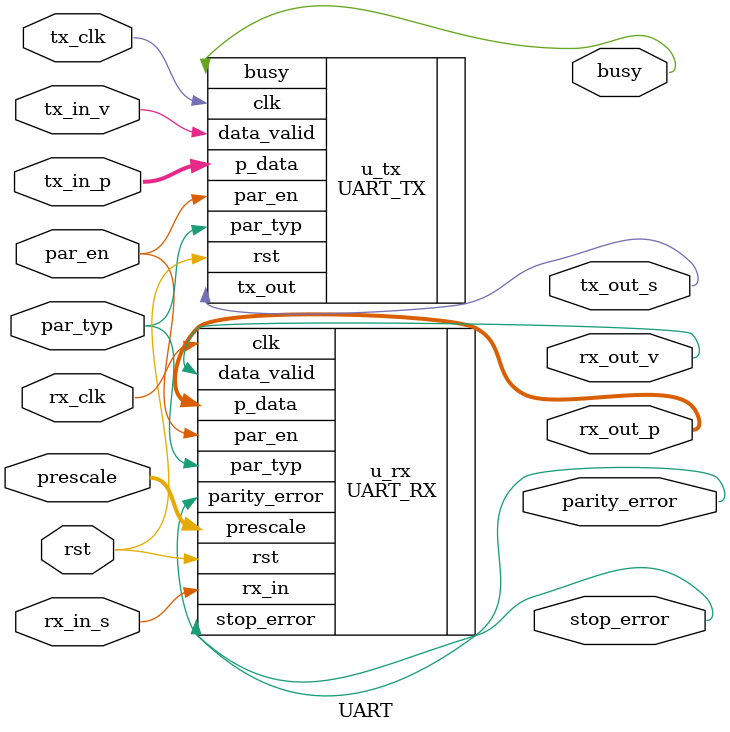
<source format=v>
module UART #(
    parameter sampling_bits = 6,
    parameter frame_data    = 8
) (
	input  wire						tx_clk, 
	input  wire						rx_clk,   
	input  wire						rst,
	input  wire						tx_in_v,
	input  wire [frame_data-1:0]    tx_in_p,
	input  wire [sampling_bits-1:0] prescale,
	input  wire						rx_in_s,
	input  wire						par_en,
	input  wire						par_typ,
	output wire						tx_out_s,
	output wire						busy,
	output wire [frame_data-1:0]    rx_out_p,
	output wire						rx_out_v,
	output wire                     parity_error,
    output wire                     stop_error
);

UART_TX u_tx (
	.par_en    (par_en),
	.rst       (rst),
	.par_typ   (par_typ),
	.clk       (tx_clk),
	.data_valid(tx_in_v),
	.p_data    (tx_in_p),
	.tx_out    (tx_out_s),
	.busy      (busy)
	);


UART_RX u_rx (
	.clk         (rx_clk),    
	.rst         (rst),
	.par_en      (par_en),
	.par_typ     (par_typ),
	.prescale    (prescale),
	.rx_in       (rx_in_s),
	.p_data      (rx_out_p),   
	.data_valid  (rx_out_v),   
	.parity_error(parity_error),
	.stop_error  (stop_error)
	);


endmodule
</source>
